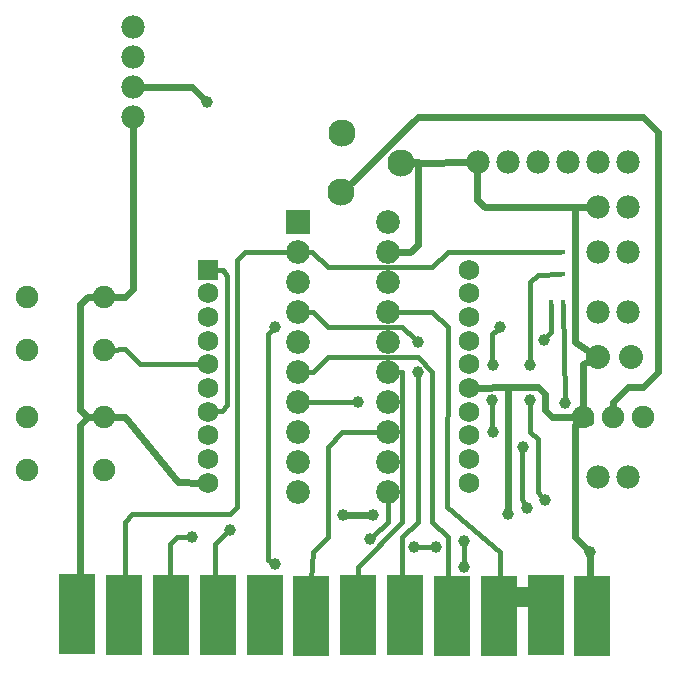
<source format=gbl>
G04 MADE WITH FRITZING*
G04 WWW.FRITZING.ORG*
G04 DOUBLE SIDED*
G04 HOLES PLATED*
G04 CONTOUR ON CENTER OF CONTOUR VECTOR*
%ASAXBY*%
%FSLAX23Y23*%
%MOIN*%
%OFA0B0*%
%SFA1.0B1.0*%
%ADD10C,0.039370*%
%ADD11C,0.015748*%
%ADD12C,0.079370*%
%ADD13C,0.080000*%
%ADD14C,0.070000*%
%ADD15C,0.090551*%
%ADD16C,0.078000*%
%ADD17C,0.075000*%
%ADD18C,0.068000*%
%ADD19R,0.079370X0.079370*%
%ADD20R,0.119522X0.270594*%
%ADD21R,0.205594X0.066929*%
%ADD22R,0.051181X0.141823*%
%ADD23R,0.068000X0.068000*%
%ADD24C,0.016000*%
%ADD25C,0.024000*%
%ADD26R,0.001000X0.001000*%
%LNCOPPER0*%
G90*
G70*
G54D10*
X1800Y1062D03*
G54D11*
X1825Y1190D03*
G54D10*
X1655Y1106D03*
X1630Y981D03*
X1629Y862D03*
X1630Y756D03*
X1730Y706D03*
X1745Y502D03*
X1367Y372D03*
X1441Y372D03*
X1130Y481D03*
X1230Y481D03*
X1680Y482D03*
X1872Y853D03*
G54D11*
X1866Y1190D03*
G54D10*
X1533Y308D03*
X1533Y394D03*
G54D11*
X1865Y1282D03*
G54D10*
X1755Y981D03*
X1756Y864D03*
X1805Y531D03*
X1954Y356D03*
X1380Y1056D03*
X1380Y957D03*
X629Y406D03*
X1221Y399D03*
X904Y318D03*
X754Y431D03*
X1180Y856D03*
G54D12*
X980Y1456D03*
X1280Y1456D03*
X980Y1356D03*
X1280Y1356D03*
X980Y1256D03*
X1280Y1256D03*
X980Y1156D03*
X1280Y1156D03*
X980Y1056D03*
X1280Y1056D03*
X980Y956D03*
X1280Y956D03*
X980Y856D03*
X1280Y856D03*
X980Y756D03*
X1280Y756D03*
X980Y656D03*
X1280Y656D03*
X980Y556D03*
X1280Y556D03*
G54D13*
X2090Y1006D03*
X1980Y1006D03*
G54D14*
X1125Y1554D03*
X1125Y1754D03*
X1325Y1654D03*
X1125Y1554D03*
X1125Y1754D03*
X1325Y1654D03*
G54D15*
X1125Y1558D03*
X1326Y1653D03*
X1127Y1753D03*
G54D16*
X2080Y1506D03*
X1980Y1506D03*
X2080Y606D03*
X1980Y606D03*
G54D17*
X335Y629D03*
X79Y629D03*
X335Y806D03*
X79Y806D03*
X335Y1029D03*
X79Y1029D03*
X335Y1206D03*
X79Y1206D03*
G54D18*
X682Y1298D03*
X682Y1219D03*
X682Y1140D03*
X682Y1061D03*
X682Y982D03*
X682Y903D03*
X682Y824D03*
X682Y745D03*
X682Y666D03*
X682Y587D03*
X1552Y587D03*
X1552Y666D03*
X1552Y745D03*
X1552Y824D03*
X1552Y903D03*
X1552Y982D03*
X1552Y1061D03*
X1552Y1140D03*
X1552Y1219D03*
X1552Y1298D03*
G54D16*
X2080Y1656D03*
X1980Y1656D03*
X1880Y1656D03*
X1780Y1656D03*
X1680Y1656D03*
X1580Y1656D03*
X430Y2106D03*
X430Y2006D03*
X430Y1906D03*
X430Y1806D03*
G54D17*
X2130Y806D03*
X2030Y806D03*
X1930Y806D03*
G54D16*
X1980Y1356D03*
X2080Y1356D03*
X1980Y1156D03*
X2080Y1156D03*
G54D10*
X679Y1857D03*
G54D11*
X1864Y1356D03*
G54D10*
X905Y1107D03*
G54D19*
X980Y1456D03*
G54D20*
X1650Y143D03*
G54D21*
X1724Y206D03*
G54D20*
X246Y149D03*
X1808Y145D03*
X1494Y143D03*
X1338Y146D03*
X1182Y147D03*
X1026Y143D03*
X870Y146D03*
X715Y145D03*
X559Y146D03*
X401Y145D03*
G54D22*
X1490Y157D03*
X406Y157D03*
X1962Y146D03*
X1015Y154D03*
X1185Y154D03*
X1662Y154D03*
X1336Y154D03*
X555Y154D03*
X1806Y154D03*
X864Y154D03*
X706Y154D03*
X224Y166D03*
G54D20*
X1962Y142D03*
G54D23*
X682Y1298D03*
G54D24*
X1825Y1089D02*
X1825Y1180D01*
D02*
X1809Y1072D02*
X1825Y1089D01*
D02*
X1629Y995D02*
X1629Y1082D01*
D02*
X1629Y1082D02*
X1645Y1097D01*
D02*
X1629Y770D02*
X1629Y849D01*
D02*
X1729Y532D02*
X1729Y693D01*
D02*
X1739Y514D02*
X1729Y532D01*
D02*
X1428Y372D02*
X1380Y372D01*
G54D25*
D02*
X1148Y481D02*
X1211Y481D01*
D02*
X1680Y907D02*
X1577Y904D01*
D02*
X1680Y501D02*
X1680Y907D01*
G54D24*
D02*
X1872Y866D02*
X1866Y1180D01*
D02*
X1533Y380D02*
X1533Y322D01*
D02*
X1754Y1256D02*
X1754Y995D01*
D02*
X1780Y1281D02*
X1754Y1256D01*
D02*
X1856Y1282D02*
X1780Y1281D01*
D02*
X1780Y732D02*
X1780Y556D01*
D02*
X1780Y556D02*
X1795Y541D01*
D02*
X1756Y850D02*
X1755Y757D01*
D02*
X1755Y757D02*
X1780Y732D01*
G54D25*
D02*
X1962Y141D02*
X1962Y146D01*
D02*
X1962Y141D02*
X1962Y146D01*
D02*
X1962Y141D02*
X1962Y146D01*
D02*
X1962Y141D02*
X1962Y146D01*
G54D24*
D02*
X880Y1082D02*
X880Y331D01*
D02*
X880Y331D02*
X892Y325D01*
D02*
X896Y1098D02*
X880Y1082D01*
D02*
X1005Y856D02*
X1167Y856D01*
G54D25*
D02*
X1930Y982D02*
X1952Y993D01*
D02*
X1930Y835D02*
X1930Y982D01*
D02*
X2180Y1756D02*
X2180Y957D01*
D02*
X2180Y957D02*
X2130Y907D01*
D02*
X2130Y1806D02*
X2180Y1756D01*
D02*
X2130Y907D02*
X2080Y907D01*
D02*
X1380Y1806D02*
X2130Y1806D01*
D02*
X2080Y907D02*
X2030Y856D01*
D02*
X1143Y1572D02*
X1380Y1806D01*
D02*
X2030Y856D02*
X2030Y835D01*
G54D24*
D02*
X429Y482D02*
X754Y482D01*
D02*
X406Y157D02*
X404Y207D01*
D02*
X804Y1356D02*
X954Y1356D01*
D02*
X779Y1331D02*
X804Y1356D01*
D02*
X779Y506D02*
X779Y1331D01*
D02*
X1029Y1356D02*
X1005Y1356D01*
D02*
X1080Y1307D02*
X1029Y1356D01*
D02*
X1480Y1356D02*
X1429Y1307D01*
D02*
X1429Y1307D02*
X1080Y1307D01*
D02*
X1854Y1356D02*
X1480Y1356D01*
D02*
X554Y382D02*
X554Y219D01*
D02*
X579Y407D02*
X554Y382D01*
D02*
X616Y407D02*
X579Y407D01*
D02*
X1280Y456D02*
X1231Y409D01*
D02*
X1280Y531D02*
X1280Y456D01*
D02*
X704Y382D02*
X706Y219D01*
D02*
X745Y422D02*
X704Y382D01*
G54D25*
D02*
X246Y149D02*
X244Y151D01*
D02*
X255Y232D02*
X230Y206D01*
D02*
X280Y806D02*
X255Y781D01*
D02*
X230Y206D02*
X224Y166D01*
D02*
X255Y781D02*
X255Y232D01*
D02*
X307Y806D02*
X280Y806D01*
D02*
X1905Y1506D02*
X1905Y1056D01*
D02*
X1949Y1506D02*
X1905Y1506D01*
D02*
X1905Y1056D02*
X1954Y1024D01*
G54D24*
D02*
X1030Y356D02*
X1020Y219D01*
D02*
X1080Y407D02*
X1030Y356D01*
D02*
X1080Y706D02*
X1080Y407D01*
D02*
X1129Y757D02*
X1080Y706D01*
D02*
X1254Y757D02*
X1129Y757D01*
D02*
X1180Y306D02*
X1183Y219D01*
D02*
X1329Y456D02*
X1180Y306D01*
D02*
X1329Y956D02*
X1329Y456D01*
D02*
X1305Y956D02*
X1329Y956D01*
D02*
X1329Y1107D02*
X1370Y1066D01*
D02*
X1329Y154D02*
X1336Y154D01*
D02*
X1380Y456D02*
X1329Y406D01*
D02*
X1329Y406D02*
X1329Y154D01*
D02*
X1080Y1106D02*
X1329Y1107D01*
D02*
X1380Y944D02*
X1380Y456D01*
D02*
X1030Y1156D02*
X1080Y1106D01*
D02*
X1005Y1156D02*
X1030Y1156D01*
D02*
X1480Y256D02*
X1483Y223D01*
D02*
X1480Y406D02*
X1480Y256D01*
D02*
X1380Y1007D02*
X1429Y956D01*
D02*
X1030Y956D02*
X1080Y1006D01*
D02*
X1429Y956D02*
X1429Y456D01*
D02*
X1429Y456D02*
X1480Y406D01*
D02*
X1080Y1006D02*
X1380Y1007D01*
D02*
X1005Y956D02*
X1030Y956D01*
D02*
X1679Y206D02*
X1662Y154D01*
D02*
X1654Y232D02*
X1629Y206D01*
D02*
X1429Y1156D02*
X1480Y1107D01*
D02*
X1629Y206D02*
X1679Y206D01*
D02*
X1654Y356D02*
X1654Y232D01*
D02*
X1480Y1107D02*
X1479Y507D01*
D02*
X1479Y507D02*
X1654Y356D01*
D02*
X1305Y1156D02*
X1429Y1156D01*
G54D25*
D02*
X1808Y145D02*
X1806Y154D01*
D02*
X1654Y207D02*
X1780Y206D01*
D02*
X1679Y206D02*
X1654Y207D01*
D02*
X1780Y206D02*
X1786Y194D01*
D02*
X1679Y157D02*
X1679Y206D01*
D02*
X1662Y154D02*
X1679Y157D01*
G54D24*
D02*
X405Y457D02*
X429Y482D01*
D02*
X404Y207D02*
X405Y457D01*
D02*
X754Y482D02*
X779Y506D01*
D02*
X405Y1032D02*
X358Y1030D01*
D02*
X455Y982D02*
X405Y1032D01*
D02*
X663Y982D02*
X455Y982D01*
D02*
X732Y1296D02*
X702Y1297D01*
D02*
X745Y1275D02*
X732Y1296D01*
D02*
X728Y826D02*
X746Y845D01*
D02*
X746Y845D02*
X745Y1275D01*
D02*
X702Y825D02*
X728Y826D01*
G54D25*
D02*
X582Y589D02*
X657Y588D01*
D02*
X405Y806D02*
X582Y589D01*
D02*
X364Y806D02*
X405Y806D01*
D02*
X280Y806D02*
X307Y806D01*
D02*
X280Y1207D02*
X255Y1182D01*
D02*
X255Y1182D02*
X255Y831D01*
D02*
X255Y831D02*
X280Y806D01*
D02*
X307Y1207D02*
X280Y1207D01*
D02*
X405Y1207D02*
X364Y1207D01*
D02*
X430Y1232D02*
X405Y1207D01*
D02*
X430Y1776D02*
X430Y1232D01*
D02*
X460Y1906D02*
X629Y1907D01*
D02*
X629Y1907D02*
X666Y1870D01*
D02*
X1572Y1667D02*
X1562Y1681D01*
D02*
X1587Y1656D02*
X1587Y1657D01*
D02*
X1587Y1657D02*
X1572Y1667D01*
D02*
X1351Y1654D02*
X1587Y1656D01*
D02*
X1579Y1531D02*
X1579Y1626D01*
D02*
X1604Y1506D02*
X1579Y1531D01*
D02*
X1949Y1506D02*
X1604Y1506D01*
D02*
X1905Y781D02*
X1909Y786D01*
D02*
X1905Y406D02*
X1905Y781D01*
D02*
X1941Y370D02*
X1905Y406D01*
D02*
X1954Y157D02*
X1954Y337D01*
D02*
X1962Y146D02*
X1954Y157D01*
D02*
X1930Y806D02*
X1954Y791D01*
D02*
X1805Y831D02*
X1829Y806D01*
D02*
X1805Y882D02*
X1805Y831D01*
D02*
X1780Y906D02*
X1805Y882D01*
D02*
X1829Y806D02*
X1930Y806D01*
D02*
X1679Y906D02*
X1780Y906D01*
D02*
X1577Y904D02*
X1679Y906D01*
D02*
X1380Y1381D02*
X1380Y1656D01*
D02*
X1380Y1656D02*
X1351Y1655D01*
D02*
X1355Y1356D02*
X1380Y1381D01*
D02*
X1310Y1356D02*
X1355Y1356D01*
G54D26*
X1124Y1790D02*
X1124Y1790D01*
X1117Y1789D02*
X1131Y1789D01*
X1113Y1788D02*
X1135Y1788D01*
X1111Y1787D02*
X1137Y1787D01*
X1109Y1786D02*
X1139Y1786D01*
X1107Y1785D02*
X1141Y1785D01*
X1105Y1784D02*
X1143Y1784D01*
X1104Y1783D02*
X1144Y1783D01*
X1102Y1782D02*
X1146Y1782D01*
X1101Y1781D02*
X1147Y1781D01*
X1100Y1780D02*
X1148Y1780D01*
X1099Y1779D02*
X1149Y1779D01*
X1098Y1778D02*
X1150Y1778D01*
X1097Y1777D02*
X1151Y1777D01*
X1097Y1776D02*
X1151Y1776D01*
X1096Y1775D02*
X1152Y1775D01*
X1095Y1774D02*
X1153Y1774D01*
X1095Y1773D02*
X1153Y1773D01*
X1094Y1772D02*
X1154Y1772D01*
X1094Y1771D02*
X1155Y1771D01*
X1093Y1770D02*
X1123Y1770D01*
X1125Y1770D02*
X1155Y1770D01*
X1093Y1769D02*
X1118Y1769D01*
X1131Y1769D02*
X1155Y1769D01*
X1092Y1768D02*
X1116Y1768D01*
X1132Y1768D02*
X1156Y1768D01*
X1092Y1767D02*
X1115Y1767D01*
X1134Y1767D02*
X1156Y1767D01*
X1092Y1766D02*
X1113Y1766D01*
X1135Y1766D02*
X1157Y1766D01*
X1091Y1765D02*
X1112Y1765D01*
X1136Y1765D02*
X1157Y1765D01*
X1091Y1764D02*
X1112Y1764D01*
X1137Y1764D02*
X1157Y1764D01*
X1091Y1763D02*
X1111Y1763D01*
X1137Y1763D02*
X1157Y1763D01*
X1090Y1762D02*
X1110Y1762D01*
X1138Y1762D02*
X1158Y1762D01*
X1090Y1761D02*
X1110Y1761D01*
X1139Y1761D02*
X1158Y1761D01*
X1090Y1760D02*
X1109Y1760D01*
X1139Y1760D02*
X1158Y1760D01*
X1090Y1759D02*
X1109Y1759D01*
X1139Y1759D02*
X1158Y1759D01*
X1090Y1758D02*
X1109Y1758D01*
X1139Y1758D02*
X1158Y1758D01*
X1090Y1757D02*
X1109Y1757D01*
X1139Y1757D02*
X1158Y1757D01*
X1090Y1756D02*
X1109Y1756D01*
X1139Y1756D02*
X1159Y1756D01*
X1090Y1755D02*
X1109Y1755D01*
X1140Y1755D02*
X1159Y1755D01*
X1090Y1754D02*
X1109Y1754D01*
X1139Y1754D02*
X1158Y1754D01*
X1090Y1753D02*
X1109Y1753D01*
X1139Y1753D02*
X1158Y1753D01*
X1090Y1752D02*
X1109Y1752D01*
X1139Y1752D02*
X1158Y1752D01*
X1090Y1751D02*
X1109Y1751D01*
X1139Y1751D02*
X1158Y1751D01*
X1090Y1750D02*
X1109Y1750D01*
X1139Y1750D02*
X1158Y1750D01*
X1090Y1749D02*
X1110Y1749D01*
X1138Y1749D02*
X1158Y1749D01*
X1090Y1748D02*
X1110Y1748D01*
X1138Y1748D02*
X1158Y1748D01*
X1091Y1747D02*
X1111Y1747D01*
X1137Y1747D02*
X1157Y1747D01*
X1091Y1746D02*
X1112Y1746D01*
X1137Y1746D02*
X1157Y1746D01*
X1091Y1745D02*
X1112Y1745D01*
X1136Y1745D02*
X1157Y1745D01*
X1092Y1744D02*
X1113Y1744D01*
X1135Y1744D02*
X1157Y1744D01*
X1092Y1743D02*
X1115Y1743D01*
X1134Y1743D02*
X1156Y1743D01*
X1092Y1742D02*
X1116Y1742D01*
X1132Y1742D02*
X1156Y1742D01*
X1093Y1741D02*
X1118Y1741D01*
X1130Y1741D02*
X1155Y1741D01*
X1093Y1740D02*
X1155Y1740D01*
X1094Y1739D02*
X1154Y1739D01*
X1094Y1738D02*
X1154Y1738D01*
X1095Y1737D02*
X1153Y1737D01*
X1095Y1736D02*
X1153Y1736D01*
X1096Y1735D02*
X1152Y1735D01*
X1097Y1734D02*
X1151Y1734D01*
X1097Y1733D02*
X1151Y1733D01*
X1098Y1732D02*
X1150Y1732D01*
X1099Y1731D02*
X1149Y1731D01*
X1100Y1730D02*
X1148Y1730D01*
X1101Y1729D02*
X1147Y1729D01*
X1102Y1728D02*
X1146Y1728D01*
X1104Y1727D02*
X1144Y1727D01*
X1105Y1726D02*
X1143Y1726D01*
X1107Y1725D02*
X1141Y1725D01*
X1109Y1724D02*
X1139Y1724D01*
X1111Y1723D02*
X1137Y1723D01*
X1114Y1722D02*
X1134Y1722D01*
X1117Y1721D02*
X1131Y1721D01*
X1323Y1690D02*
X1325Y1690D01*
X1317Y1689D02*
X1331Y1689D01*
X1313Y1688D02*
X1335Y1688D01*
X1311Y1687D02*
X1337Y1687D01*
X1309Y1686D02*
X1339Y1686D01*
X1307Y1685D02*
X1341Y1685D01*
X1305Y1684D02*
X1343Y1684D01*
X1304Y1683D02*
X1344Y1683D01*
X1302Y1682D02*
X1346Y1682D01*
X1301Y1681D02*
X1347Y1681D01*
X1300Y1680D02*
X1348Y1680D01*
X1299Y1679D02*
X1349Y1679D01*
X1298Y1678D02*
X1350Y1678D01*
X1297Y1677D02*
X1351Y1677D01*
X1297Y1676D02*
X1351Y1676D01*
X1296Y1675D02*
X1352Y1675D01*
X1295Y1674D02*
X1353Y1674D01*
X1295Y1673D02*
X1353Y1673D01*
X1294Y1672D02*
X1354Y1672D01*
X1294Y1671D02*
X1354Y1671D01*
X1293Y1670D02*
X1322Y1670D01*
X1326Y1670D02*
X1355Y1670D01*
X1293Y1669D02*
X1318Y1669D01*
X1331Y1669D02*
X1355Y1669D01*
X1292Y1668D02*
X1316Y1668D01*
X1332Y1668D02*
X1356Y1668D01*
X1292Y1667D02*
X1314Y1667D01*
X1334Y1667D02*
X1356Y1667D01*
X1291Y1666D02*
X1313Y1666D01*
X1335Y1666D02*
X1357Y1666D01*
X1291Y1665D02*
X1312Y1665D01*
X1336Y1665D02*
X1357Y1665D01*
X1291Y1664D02*
X1311Y1664D01*
X1337Y1664D02*
X1357Y1664D01*
X1291Y1663D02*
X1311Y1663D01*
X1337Y1663D02*
X1357Y1663D01*
X1290Y1662D02*
X1310Y1662D01*
X1338Y1662D02*
X1358Y1662D01*
X1290Y1661D02*
X1310Y1661D01*
X1338Y1661D02*
X1358Y1661D01*
X1290Y1660D02*
X1309Y1660D01*
X1339Y1660D02*
X1358Y1660D01*
X1290Y1659D02*
X1309Y1659D01*
X1339Y1659D02*
X1358Y1659D01*
X1290Y1658D02*
X1309Y1658D01*
X1339Y1658D02*
X1358Y1658D01*
X1290Y1657D02*
X1309Y1657D01*
X1339Y1657D02*
X1358Y1657D01*
X1290Y1656D02*
X1309Y1656D01*
X1339Y1656D02*
X1358Y1656D01*
X1290Y1655D02*
X1309Y1655D01*
X1340Y1655D02*
X1359Y1655D01*
X1290Y1654D02*
X1309Y1654D01*
X1339Y1654D02*
X1358Y1654D01*
X1290Y1653D02*
X1309Y1653D01*
X1339Y1653D02*
X1358Y1653D01*
X1290Y1652D02*
X1309Y1652D01*
X1339Y1652D02*
X1358Y1652D01*
X1290Y1651D02*
X1309Y1651D01*
X1339Y1651D02*
X1358Y1651D01*
X1290Y1650D02*
X1309Y1650D01*
X1339Y1650D02*
X1358Y1650D01*
X1290Y1649D02*
X1310Y1649D01*
X1338Y1649D02*
X1358Y1649D01*
X1290Y1648D02*
X1310Y1648D01*
X1338Y1648D02*
X1358Y1648D01*
X1291Y1647D02*
X1311Y1647D01*
X1337Y1647D02*
X1357Y1647D01*
X1291Y1646D02*
X1312Y1646D01*
X1336Y1646D02*
X1357Y1646D01*
X1291Y1645D02*
X1312Y1645D01*
X1336Y1645D02*
X1357Y1645D01*
X1292Y1644D02*
X1313Y1644D01*
X1335Y1644D02*
X1357Y1644D01*
X1292Y1643D02*
X1315Y1643D01*
X1333Y1643D02*
X1356Y1643D01*
X1292Y1642D02*
X1316Y1642D01*
X1332Y1642D02*
X1356Y1642D01*
X1293Y1641D02*
X1318Y1641D01*
X1330Y1641D02*
X1355Y1641D01*
X1293Y1640D02*
X1355Y1640D01*
X1294Y1639D02*
X1354Y1639D01*
X1294Y1638D02*
X1354Y1638D01*
X1295Y1637D02*
X1353Y1637D01*
X1295Y1636D02*
X1353Y1636D01*
X1296Y1635D02*
X1352Y1635D01*
X1297Y1634D02*
X1351Y1634D01*
X1297Y1633D02*
X1351Y1633D01*
X1298Y1632D02*
X1350Y1632D01*
X1299Y1631D02*
X1349Y1631D01*
X1300Y1630D02*
X1348Y1630D01*
X1301Y1629D02*
X1347Y1629D01*
X1302Y1628D02*
X1346Y1628D01*
X1304Y1627D02*
X1344Y1627D01*
X1305Y1626D02*
X1343Y1626D01*
X1307Y1625D02*
X1341Y1625D01*
X1309Y1624D02*
X1339Y1624D01*
X1311Y1623D02*
X1337Y1623D01*
X1314Y1622D02*
X1334Y1622D01*
X1317Y1621D02*
X1331Y1621D01*
X1123Y1590D02*
X1125Y1590D01*
X1116Y1589D02*
X1132Y1589D01*
X1113Y1588D02*
X1135Y1588D01*
X1111Y1587D02*
X1138Y1587D01*
X1109Y1586D02*
X1140Y1586D01*
X1107Y1585D02*
X1141Y1585D01*
X1105Y1584D02*
X1143Y1584D01*
X1104Y1583D02*
X1145Y1583D01*
X1102Y1582D02*
X1146Y1582D01*
X1101Y1581D02*
X1147Y1581D01*
X1100Y1580D02*
X1148Y1580D01*
X1099Y1579D02*
X1149Y1579D01*
X1098Y1578D02*
X1150Y1578D01*
X1097Y1577D02*
X1151Y1577D01*
X1097Y1576D02*
X1152Y1576D01*
X1096Y1575D02*
X1152Y1575D01*
X1095Y1574D02*
X1153Y1574D01*
X1095Y1573D02*
X1153Y1573D01*
X1094Y1572D02*
X1154Y1572D01*
X1094Y1571D02*
X1155Y1571D01*
X1093Y1570D02*
X1122Y1570D01*
X1126Y1570D02*
X1155Y1570D01*
X1093Y1569D02*
X1117Y1569D01*
X1131Y1569D02*
X1155Y1569D01*
X1092Y1568D02*
X1116Y1568D01*
X1132Y1568D02*
X1156Y1568D01*
X1092Y1567D02*
X1114Y1567D01*
X1134Y1567D02*
X1156Y1567D01*
X1092Y1566D02*
X1113Y1566D01*
X1135Y1566D02*
X1157Y1566D01*
X1091Y1565D02*
X1112Y1565D01*
X1136Y1565D02*
X1157Y1565D01*
X1091Y1564D02*
X1111Y1564D01*
X1137Y1564D02*
X1157Y1564D01*
X1091Y1563D02*
X1111Y1563D01*
X1137Y1563D02*
X1158Y1563D01*
X1090Y1562D02*
X1110Y1562D01*
X1138Y1562D02*
X1158Y1562D01*
X1090Y1561D02*
X1110Y1561D01*
X1139Y1561D02*
X1158Y1561D01*
X1090Y1560D02*
X1109Y1560D01*
X1139Y1560D02*
X1158Y1560D01*
X1090Y1559D02*
X1109Y1559D01*
X1139Y1559D02*
X1158Y1559D01*
X1090Y1558D02*
X1109Y1558D01*
X1139Y1558D02*
X1158Y1558D01*
X1090Y1557D02*
X1109Y1557D01*
X1139Y1557D02*
X1158Y1557D01*
X1090Y1556D02*
X1109Y1556D01*
X1139Y1556D02*
X1159Y1556D01*
X1090Y1555D02*
X1109Y1555D01*
X1140Y1555D02*
X1159Y1555D01*
X1090Y1554D02*
X1109Y1554D01*
X1139Y1554D02*
X1158Y1554D01*
X1090Y1553D02*
X1109Y1553D01*
X1139Y1553D02*
X1158Y1553D01*
X1090Y1552D02*
X1109Y1552D01*
X1139Y1552D02*
X1158Y1552D01*
X1090Y1551D02*
X1109Y1551D01*
X1139Y1551D02*
X1158Y1551D01*
X1090Y1550D02*
X1109Y1550D01*
X1139Y1550D02*
X1158Y1550D01*
X1090Y1549D02*
X1110Y1549D01*
X1138Y1549D02*
X1158Y1549D01*
X1090Y1548D02*
X1110Y1548D01*
X1138Y1548D02*
X1158Y1548D01*
X1091Y1547D02*
X1111Y1547D01*
X1137Y1547D02*
X1157Y1547D01*
X1091Y1546D02*
X1112Y1546D01*
X1136Y1546D02*
X1157Y1546D01*
X1091Y1545D02*
X1113Y1545D01*
X1136Y1545D02*
X1157Y1545D01*
X1092Y1544D02*
X1114Y1544D01*
X1135Y1544D02*
X1157Y1544D01*
X1092Y1543D02*
X1115Y1543D01*
X1133Y1543D02*
X1156Y1543D01*
X1092Y1542D02*
X1116Y1542D01*
X1132Y1542D02*
X1156Y1542D01*
X1093Y1541D02*
X1118Y1541D01*
X1130Y1541D02*
X1155Y1541D01*
X1093Y1540D02*
X1155Y1540D01*
X1094Y1539D02*
X1154Y1539D01*
X1094Y1538D02*
X1154Y1538D01*
X1095Y1537D02*
X1153Y1537D01*
X1095Y1536D02*
X1153Y1536D01*
X1096Y1535D02*
X1152Y1535D01*
X1097Y1534D02*
X1151Y1534D01*
X1098Y1533D02*
X1151Y1533D01*
X1098Y1532D02*
X1150Y1532D01*
X1099Y1531D02*
X1149Y1531D01*
X1100Y1530D02*
X1148Y1530D01*
X1101Y1529D02*
X1147Y1529D01*
X1103Y1528D02*
X1146Y1528D01*
X1104Y1527D02*
X1144Y1527D01*
X1105Y1526D02*
X1143Y1526D01*
X1107Y1525D02*
X1141Y1525D01*
X1109Y1524D02*
X1139Y1524D01*
X1111Y1523D02*
X1137Y1523D01*
X1114Y1522D02*
X1134Y1522D01*
X1117Y1521D02*
X1131Y1521D01*
D02*
G04 End of Copper0*
M02*
</source>
